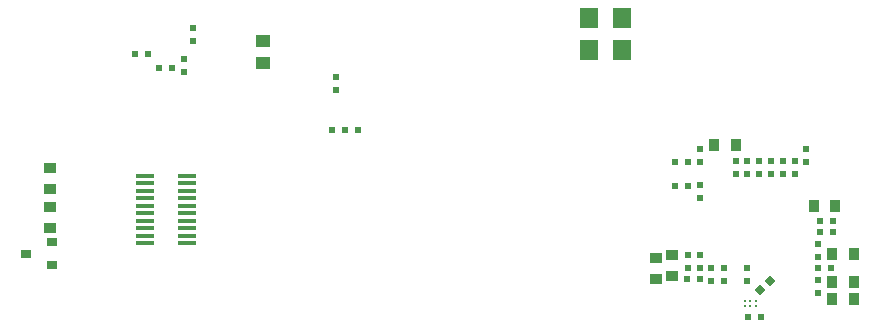
<source format=gbp>
G04*
G04 #@! TF.GenerationSoftware,Altium Limited,Altium Designer,18.0.11 (651)*
G04*
G04 Layer_Color=128*
%FSLAX44Y44*%
%MOMM*%
G71*
G01*
G75*
%ADD22R,0.6000X0.6000*%
%ADD23R,0.6000X0.6000*%
%ADD24R,1.0000X0.9000*%
%ADD35R,0.9000X1.0000*%
%ADD36R,1.6000X1.8000*%
%ADD37R,1.3000X1.0000*%
%ADD47R,1.6000X0.4000*%
%ADD48R,1.6000X0.4000*%
%ADD133P,0.8485X4X270.0*%
%ADD134R,0.9000X0.6500*%
%ADD135C,0.2500*%
D22*
X702000Y189000D02*
D03*
Y200000D02*
D03*
X592000Y221500D02*
D03*
Y210500D02*
D03*
X662000Y290000D02*
D03*
Y301000D02*
D03*
X642000Y290000D02*
D03*
Y301000D02*
D03*
X172250Y402375D02*
D03*
Y413375D02*
D03*
X293500Y372500D02*
D03*
Y361500D02*
D03*
X702000Y230500D02*
D03*
Y219500D02*
D03*
X692000Y311500D02*
D03*
Y300500D02*
D03*
X165250Y376375D02*
D03*
Y387375D02*
D03*
X601500Y311500D02*
D03*
Y300500D02*
D03*
X672000Y290000D02*
D03*
Y301000D02*
D03*
X632000D02*
D03*
Y290000D02*
D03*
X642000Y199500D02*
D03*
Y210500D02*
D03*
X602000Y210500D02*
D03*
Y221500D02*
D03*
X652000Y290000D02*
D03*
Y301000D02*
D03*
X682000Y290000D02*
D03*
Y301000D02*
D03*
X602000Y280500D02*
D03*
Y269500D02*
D03*
D23*
X301500Y327500D02*
D03*
X312500D02*
D03*
X290500D02*
D03*
X301500D02*
D03*
X143750Y379375D02*
D03*
X154750D02*
D03*
X611500Y199000D02*
D03*
X622500D02*
D03*
X581000Y300000D02*
D03*
X592000D02*
D03*
X703250Y250500D02*
D03*
X714250D02*
D03*
X713000Y210500D02*
D03*
X702000D02*
D03*
X123250Y391375D02*
D03*
X134250D02*
D03*
X592000Y280000D02*
D03*
X581000D02*
D03*
X714250Y240500D02*
D03*
X703250D02*
D03*
X653500Y169224D02*
D03*
X642500D02*
D03*
X591000Y201000D02*
D03*
X602000D02*
D03*
X611500Y210000D02*
D03*
X622500D02*
D03*
D24*
X52000Y295000D02*
D03*
Y277000D02*
D03*
X578000Y203750D02*
D03*
Y221750D02*
D03*
X52000Y244175D02*
D03*
Y262175D02*
D03*
X565000Y219000D02*
D03*
Y201000D02*
D03*
D35*
X614000Y314500D02*
D03*
X632000D02*
D03*
X714000Y222500D02*
D03*
X732000D02*
D03*
X698500Y262500D02*
D03*
X716500D02*
D03*
X714000Y184000D02*
D03*
X732000D02*
D03*
X714000Y198500D02*
D03*
X732000D02*
D03*
D36*
X508000Y422000D02*
D03*
X536000D02*
D03*
X508000Y395000D02*
D03*
X536000D02*
D03*
D37*
X231750Y402750D02*
D03*
Y383750D02*
D03*
D47*
X132000Y288575D02*
D03*
X168000D02*
D03*
X132000Y282225D02*
D03*
X168000D02*
D03*
X132000Y275875D02*
D03*
X168000D02*
D03*
X132000Y269525D02*
D03*
X168000D02*
D03*
X132000Y263175D02*
D03*
X168000D02*
D03*
D48*
X132000Y256825D02*
D03*
X168000D02*
D03*
X132000Y250475D02*
D03*
X168000D02*
D03*
X132000Y244125D02*
D03*
X168000D02*
D03*
X132000Y237775D02*
D03*
X168000D02*
D03*
Y231425D02*
D03*
X132000D02*
D03*
D133*
X653111Y191611D02*
D03*
X660889Y199389D02*
D03*
D134*
X31500Y222500D02*
D03*
X53500Y213000D02*
D03*
Y232000D02*
D03*
D135*
X640000Y182500D02*
D03*
X644500D02*
D03*
X649000D02*
D03*
X640000Y178000D02*
D03*
X644500D02*
D03*
X649000D02*
D03*
M02*

</source>
